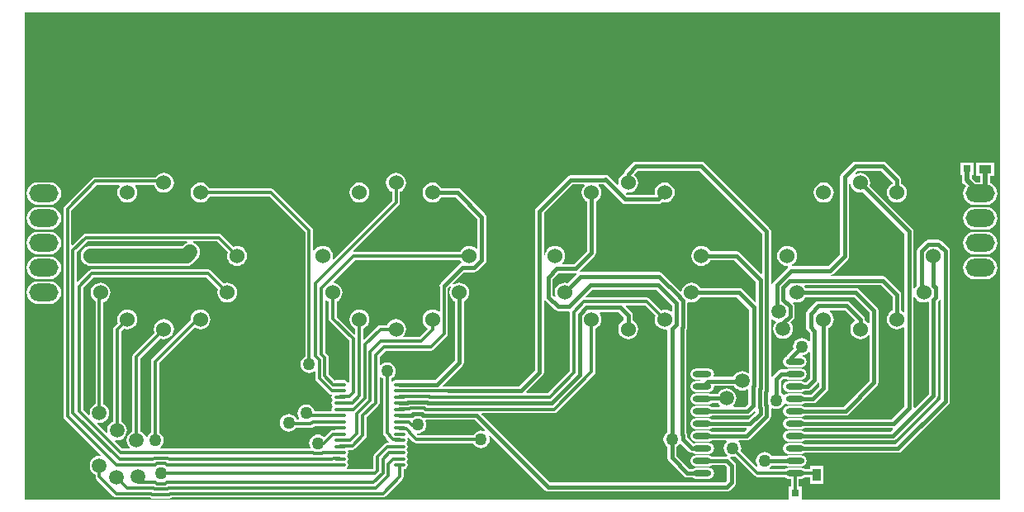
<source format=gbl>
G04*
G04 #@! TF.GenerationSoftware,Altium Limited,Altium Designer,18.0.9 (584)*
G04*
G04 Layer_Physical_Order=2*
G04 Layer_Color=16711680*
%FSLAX25Y25*%
%MOIN*%
G70*
G01*
G75*
%ADD18R,0.03150X0.03150*%
%ADD19R,0.05118X0.03543*%
%ADD20C,0.05906*%
%ADD21C,0.01968*%
%ADD22C,0.01772*%
%ADD23C,0.01181*%
%ADD24C,0.01575*%
%ADD25C,0.17717*%
%ADD26C,0.06000*%
%ADD27O,0.11811X0.07087*%
%ADD28C,0.05000*%
%ADD29C,0.05906*%
%ADD30R,0.03543X0.05118*%
%ADD31O,0.07480X0.02362*%
%ADD32O,0.04724X0.01378*%
%ADD33R,0.03150X0.03150*%
%ADD34C,0.01378*%
G36*
X393701Y0D02*
X314219D01*
X313795Y184D01*
X313795Y500D01*
Y5334D01*
X312645D01*
Y8524D01*
X313583D01*
X314434Y8693D01*
X315082Y9126D01*
X317029D01*
Y6500D01*
X322572D01*
Y13618D01*
X317029D01*
Y12370D01*
X315082D01*
X314434Y12803D01*
X313583Y12972D01*
X308465D01*
X307613Y12803D01*
X306966Y12370D01*
X300987D01*
X300817Y12870D01*
X301315Y13252D01*
X301755Y13825D01*
X307416D01*
X307613Y13693D01*
X308465Y13524D01*
X313583D01*
X314434Y13693D01*
X315155Y14175D01*
X315637Y14897D01*
X315807Y15748D01*
X315637Y16599D01*
X315155Y17321D01*
X314434Y17803D01*
X313583Y17972D01*
X308465D01*
X307613Y17803D01*
X307416Y17671D01*
X301755D01*
X301315Y18244D01*
X300584Y18805D01*
X299733Y19158D01*
X298819Y19278D01*
X297905Y19158D01*
X297054Y18805D01*
X296323Y18244D01*
X295762Y17513D01*
X295409Y16662D01*
X295289Y15748D01*
X295409Y14834D01*
X295762Y13983D01*
X295930Y13763D01*
X295553Y13433D01*
X289177Y19809D01*
X289237Y19952D01*
X289357Y20866D01*
X289237Y21780D01*
X288884Y22631D01*
X288323Y23362D01*
X288241Y23426D01*
X288410Y23926D01*
X291496D01*
X291496Y23926D01*
X292194Y24064D01*
X292785Y24459D01*
X300879Y32554D01*
X300879Y32554D01*
X301274Y33145D01*
X301413Y33843D01*
X301413Y33843D01*
Y36812D01*
X301913Y37044D01*
X302629Y36748D01*
X303543Y36627D01*
X304456Y36748D01*
X305308Y37100D01*
X306039Y37661D01*
X306600Y38392D01*
X306767Y38795D01*
X307245Y38940D01*
X307613Y38693D01*
X308465Y38524D01*
X313583D01*
X314434Y38693D01*
X314781Y38926D01*
X318307D01*
X318307Y38926D01*
X319005Y39064D01*
X319596Y39459D01*
X323926Y43790D01*
X323926Y43790D01*
X324322Y44381D01*
X324460Y45079D01*
Y69260D01*
X324655Y69341D01*
X325491Y69982D01*
X326132Y70817D01*
X326535Y71790D01*
X326672Y72835D01*
X326535Y73879D01*
X326132Y74852D01*
X325491Y75687D01*
X325052Y76024D01*
X325222Y76524D01*
X331135D01*
X335050Y72609D01*
X335017Y72110D01*
X334549Y71750D01*
X333908Y70915D01*
X333505Y69942D01*
X333367Y68898D01*
X333505Y67853D01*
X333908Y66880D01*
X334549Y66045D01*
X335384Y65404D01*
X336357Y65001D01*
X337402Y64863D01*
X338446Y65001D01*
X339419Y65404D01*
X340254Y66045D01*
X340591Y66483D01*
X341091Y66314D01*
Y47999D01*
X330662Y37570D01*
X314781D01*
X314434Y37803D01*
X313583Y37972D01*
X308465D01*
X307613Y37803D01*
X306892Y37321D01*
X306410Y36599D01*
X306241Y35748D01*
X306410Y34897D01*
X306892Y34176D01*
X307613Y33694D01*
X308465Y33524D01*
X313583D01*
X314434Y33694D01*
X314781Y33926D01*
X331417D01*
X331417Y33926D01*
X332115Y34064D01*
X332706Y34459D01*
X344202Y45955D01*
X344202Y45956D01*
X344597Y46547D01*
X344736Y47244D01*
X344736Y47244D01*
Y76378D01*
X344597Y77075D01*
X344202Y77667D01*
X344202Y77667D01*
X336919Y84950D01*
X336327Y85345D01*
X335630Y85484D01*
X335630Y85484D01*
X315386D01*
X315305Y85679D01*
X314962Y86126D01*
X315208Y86626D01*
X345836D01*
X350343Y82119D01*
Y76409D01*
X350148Y76329D01*
X349312Y75687D01*
X348671Y74852D01*
X348268Y73879D01*
X348131Y72835D01*
X348268Y71790D01*
X348671Y70817D01*
X349312Y69982D01*
X350148Y69341D01*
X351121Y68938D01*
X352165Y68800D01*
X353210Y68938D01*
X354183Y69341D01*
X354764Y69787D01*
X355264Y69540D01*
Y37763D01*
X350072Y32570D01*
X314781D01*
X314434Y32803D01*
X313583Y32972D01*
X308465D01*
X307613Y32803D01*
X306892Y32320D01*
X306410Y31599D01*
X306241Y30748D01*
X306410Y29897D01*
X306892Y29175D01*
X307613Y28694D01*
X308465Y28524D01*
X313583D01*
X314434Y28694D01*
X314781Y28926D01*
X350444D01*
X350652Y28426D01*
X349796Y27570D01*
X314781D01*
X314434Y27803D01*
X313583Y27972D01*
X308465D01*
X307613Y27803D01*
X306892Y27321D01*
X306410Y26599D01*
X306241Y25748D01*
X306410Y24897D01*
X306892Y24175D01*
X307613Y23694D01*
X308465Y23524D01*
X313583D01*
X314434Y23694D01*
X314781Y23926D01*
X350551D01*
X350551Y23926D01*
X351249Y24064D01*
X351840Y24459D01*
X368218Y40837D01*
X368218Y40837D01*
X368613Y41429D01*
X368752Y42126D01*
X368752Y42126D01*
Y80073D01*
X369068Y80390D01*
X369068Y80390D01*
X369394Y80878D01*
X369894Y80779D01*
Y40582D01*
X351883Y22570D01*
X314781D01*
X314434Y22803D01*
X313583Y22972D01*
X308465D01*
X307613Y22803D01*
X306892Y22321D01*
X306410Y21599D01*
X306241Y20748D01*
X306410Y19897D01*
X306892Y19175D01*
X307613Y18693D01*
X308465Y18524D01*
X313583D01*
X314434Y18693D01*
X314781Y18926D01*
X352638D01*
X352638Y18926D01*
X353335Y19064D01*
X353926Y19459D01*
X373005Y38538D01*
X373005Y38538D01*
X373400Y39129D01*
X373539Y39827D01*
Y100408D01*
X373539Y100408D01*
X373400Y101106D01*
X373005Y101697D01*
X370201Y104501D01*
X369609Y104896D01*
X368912Y105035D01*
X368912Y105035D01*
X364946D01*
X364946Y105035D01*
X364249Y104896D01*
X363657Y104501D01*
X360853Y101697D01*
X360458Y101106D01*
X360319Y100408D01*
X360319Y100408D01*
Y86652D01*
X360139Y86514D01*
X359498Y85679D01*
X359409Y85464D01*
X358909Y85563D01*
Y108268D01*
X358909Y108268D01*
X358770Y108965D01*
X358375Y109556D01*
X341218Y126714D01*
X341299Y126909D01*
X341436Y127953D01*
X341299Y128997D01*
X340896Y129970D01*
X340254Y130806D01*
X339419Y131447D01*
X338446Y131850D01*
X337402Y131987D01*
X336357Y131850D01*
X335613Y131542D01*
X335330Y131966D01*
X336188Y132823D01*
X345702D01*
X350343Y128182D01*
Y127591D01*
X350148Y127510D01*
X349312Y126869D01*
X348671Y126033D01*
X348268Y125060D01*
X348131Y124016D01*
X348268Y122971D01*
X348671Y121999D01*
X349312Y121163D01*
X350148Y120522D01*
X351121Y120119D01*
X352165Y119981D01*
X353210Y120119D01*
X354183Y120522D01*
X355018Y121163D01*
X355659Y121999D01*
X356062Y122971D01*
X356200Y124016D01*
X356062Y125060D01*
X355659Y126033D01*
X355018Y126869D01*
X354183Y127510D01*
X353988Y127591D01*
Y128937D01*
X353849Y129634D01*
X353454Y130226D01*
X353454Y130226D01*
X347745Y135934D01*
X347154Y136329D01*
X346457Y136468D01*
X346457Y136468D01*
X335433D01*
X335433Y136468D01*
X334736Y136329D01*
X334144Y135934D01*
X334144Y135934D01*
X329814Y131604D01*
X329419Y131012D01*
X329280Y130315D01*
X329280Y130315D01*
Y99180D01*
X324442Y94342D01*
X309776D01*
X309676Y94842D01*
X309891Y94931D01*
X310727Y95572D01*
X311368Y96408D01*
X311771Y97381D01*
X311909Y98425D01*
X311771Y99469D01*
X311368Y100443D01*
X310727Y101278D01*
X309891Y101919D01*
X308918Y102322D01*
X307874Y102460D01*
X306830Y102322D01*
X305857Y101919D01*
X305021Y101278D01*
X304380Y100443D01*
X303977Y99469D01*
X303839Y98425D01*
X303977Y97381D01*
X304380Y96408D01*
X305021Y95572D01*
X305857Y94931D01*
X306830Y94528D01*
X307874Y94391D01*
X308073Y94417D01*
X308254Y93936D01*
X308062Y93808D01*
X308062Y93808D01*
X302436Y88182D01*
X302041Y87591D01*
X301913Y86949D01*
X301413Y86998D01*
Y108283D01*
X301274Y108981D01*
X300879Y109572D01*
X300879Y109572D01*
X274517Y135934D01*
X273926Y136329D01*
X273228Y136468D01*
X273228Y136468D01*
X246850D01*
X246850Y136468D01*
X246153Y136329D01*
X245562Y135934D01*
X245562Y135934D01*
X242412Y132785D01*
X242017Y132194D01*
X241885Y131530D01*
X241684Y131447D01*
X240848Y130806D01*
X240207Y129970D01*
X239804Y128997D01*
X239666Y127953D01*
X239750Y127313D01*
X239277Y127080D01*
X235737Y130619D01*
X235146Y131014D01*
X234449Y131153D01*
X233751Y131014D01*
X233664Y130956D01*
X220473D01*
X220472Y130956D01*
X219775Y130818D01*
X219184Y130422D01*
X219184Y130422D01*
X206585Y117824D01*
X206190Y117233D01*
X206052Y116535D01*
X206052Y116535D01*
Y52330D01*
X199609Y45887D01*
X171260D01*
X170562Y45749D01*
X170470Y45687D01*
X168996D01*
X168805Y46149D01*
X176879Y54223D01*
X176879Y54223D01*
X177274Y54814D01*
X177413Y55512D01*
X177413Y55512D01*
Y80087D01*
X177608Y80167D01*
X178443Y80809D01*
X179085Y81644D01*
X179488Y82617D01*
X179625Y83661D01*
X179488Y84706D01*
X179085Y85679D01*
X178443Y86514D01*
X177608Y87155D01*
X176635Y87559D01*
X175591Y87696D01*
X174546Y87559D01*
X173573Y87155D01*
X173304Y86949D01*
X172974Y87326D01*
X177463Y91815D01*
X181510D01*
X181511Y91815D01*
X182208Y91954D01*
X182799Y92349D01*
X185934Y95484D01*
X185934Y95484D01*
X186329Y96075D01*
X186468Y96773D01*
X186468Y96773D01*
Y114173D01*
X186468Y114173D01*
X186329Y114871D01*
X185934Y115462D01*
X185934Y115462D01*
X176092Y125304D01*
X175501Y125699D01*
X174803Y125838D01*
X174803Y125838D01*
X168339D01*
X168258Y126033D01*
X167617Y126869D01*
X166781Y127510D01*
X165808Y127913D01*
X164764Y128050D01*
X163720Y127913D01*
X162747Y127510D01*
X161911Y126869D01*
X161270Y126033D01*
X160867Y125060D01*
X160729Y124016D01*
X160867Y122971D01*
X161270Y121999D01*
X161911Y121163D01*
X162747Y120522D01*
X163720Y120119D01*
X164764Y119981D01*
X165808Y120119D01*
X166781Y120522D01*
X167617Y121163D01*
X168258Y121999D01*
X168339Y122193D01*
X174048D01*
X182823Y113418D01*
Y101435D01*
X182323Y101322D01*
X181545Y101919D01*
X180572Y102322D01*
X179528Y102460D01*
X178483Y102322D01*
X177510Y101919D01*
X176675Y101278D01*
X176034Y100443D01*
X175870Y100047D01*
X132969D01*
X132762Y100547D01*
X151147Y118932D01*
X151498Y119458D01*
X151622Y120079D01*
Y124295D01*
X152017Y124459D01*
X152853Y125100D01*
X153494Y125935D01*
X153897Y126909D01*
X154034Y127953D01*
X153897Y128997D01*
X153494Y129970D01*
X152853Y130806D01*
X152017Y131447D01*
X151044Y131850D01*
X150000Y131987D01*
X148956Y131850D01*
X147983Y131447D01*
X147147Y130806D01*
X146506Y129970D01*
X146103Y128997D01*
X145966Y127953D01*
X146103Y126909D01*
X146506Y125935D01*
X147147Y125100D01*
X147983Y124459D01*
X148378Y124295D01*
Y120750D01*
X124831Y97204D01*
X124549Y97312D01*
X124380Y97459D01*
X124507Y98425D01*
X124370Y99469D01*
X123966Y100443D01*
X123325Y101278D01*
X122490Y101919D01*
X121517Y102322D01*
X120472Y102460D01*
X119428Y102322D01*
X118455Y101919D01*
X117620Y101278D01*
X117082Y100578D01*
X116582Y100748D01*
Y108661D01*
X116459Y109282D01*
X116107Y109808D01*
X100753Y125162D01*
X100227Y125514D01*
X99606Y125637D01*
X74721D01*
X74557Y126033D01*
X73916Y126869D01*
X73080Y127510D01*
X72107Y127913D01*
X71063Y128050D01*
X70019Y127913D01*
X69046Y127510D01*
X68210Y126869D01*
X67569Y126033D01*
X67166Y125060D01*
X67028Y124016D01*
X67166Y122971D01*
X67569Y121999D01*
X68210Y121163D01*
X69046Y120522D01*
X70019Y120119D01*
X71063Y119981D01*
X72107Y120119D01*
X73080Y120522D01*
X73916Y121163D01*
X74557Y121999D01*
X74721Y122394D01*
X98935D01*
X113339Y107990D01*
Y57841D01*
X113196Y57782D01*
X112464Y57221D01*
X111903Y56489D01*
X111551Y55638D01*
X111430Y54724D01*
X111551Y53811D01*
X111903Y52959D01*
X112464Y52228D01*
X113196Y51667D01*
X114047Y51315D01*
X114961Y51194D01*
X115874Y51315D01*
X116726Y51667D01*
X116981Y51863D01*
X117429Y51642D01*
Y49059D01*
X117553Y48439D01*
X117904Y47912D01*
X122899Y42918D01*
X123425Y42567D01*
X123690Y42514D01*
X124044Y42262D01*
X124042Y41944D01*
X123967Y41565D01*
X124098Y40906D01*
X124223Y40718D01*
X124453Y40315D01*
X124223Y39912D01*
X124098Y39724D01*
X123967Y39065D01*
X124098Y38406D01*
X124223Y38218D01*
X124453Y37815D01*
X124223Y37412D01*
X124098Y37224D01*
X123967Y36565D01*
X124022Y36287D01*
X123622Y35787D01*
X117194D01*
X117189Y35825D01*
X116837Y36676D01*
X116276Y37407D01*
X115545Y37968D01*
X114693Y38321D01*
X113779Y38441D01*
X112866Y38321D01*
X112014Y37968D01*
X111283Y37407D01*
X110722Y36676D01*
X110370Y35825D01*
X110249Y34911D01*
X110370Y33997D01*
X110722Y33146D01*
X110917Y32892D01*
X110696Y32444D01*
X109926D01*
X109750Y32868D01*
X109189Y33599D01*
X108458Y34160D01*
X107607Y34512D01*
X106693Y34633D01*
X105779Y34512D01*
X104928Y34160D01*
X104197Y33599D01*
X103636Y32868D01*
X103283Y32016D01*
X103163Y31102D01*
X103283Y30189D01*
X103636Y29337D01*
X104197Y28606D01*
X104928Y28045D01*
X105779Y27692D01*
X106693Y27572D01*
X107607Y27692D01*
X108458Y28045D01*
X109189Y28606D01*
X109491Y29000D01*
X115515D01*
X116174Y29131D01*
X116732Y29504D01*
X117071Y29843D01*
X125414D01*
X125796Y29343D01*
X125741Y29065D01*
X125796Y28787D01*
X125776Y28693D01*
X125450Y28244D01*
X125434Y28236D01*
X125185Y28187D01*
X124597D01*
X123976Y28063D01*
X123450Y27712D01*
X121065Y25327D01*
X121000Y25331D01*
X120269Y25892D01*
X119418Y26245D01*
X118504Y26365D01*
X117590Y26245D01*
X116739Y25892D01*
X116008Y25331D01*
X115447Y24600D01*
X115094Y23748D01*
X114974Y22835D01*
X115094Y21921D01*
X115391Y21204D01*
X115159Y20704D01*
X55011D01*
X54841Y21204D01*
X55252Y21520D01*
X55813Y22251D01*
X56166Y23102D01*
X56286Y24016D01*
X56166Y24929D01*
X55813Y25781D01*
X55252Y26512D01*
X54521Y27073D01*
X54378Y27132D01*
Y55234D01*
X68728Y69584D01*
X69046Y69341D01*
X70019Y68938D01*
X71063Y68800D01*
X72107Y68938D01*
X73080Y69341D01*
X73916Y69982D01*
X74557Y70817D01*
X74960Y71790D01*
X75098Y72835D01*
X74960Y73879D01*
X74557Y74852D01*
X73916Y75687D01*
X73080Y76329D01*
X72107Y76732D01*
X71063Y76869D01*
X70019Y76732D01*
X69046Y76329D01*
X68210Y75687D01*
X67569Y74852D01*
X67166Y73879D01*
X67028Y72835D01*
X67071Y72514D01*
X51609Y57052D01*
X51258Y56526D01*
X51134Y55905D01*
Y27132D01*
X50991Y27073D01*
X50260Y26512D01*
X49699Y25781D01*
X49531Y25377D01*
X48990D01*
X48728Y26009D01*
X48095Y26835D01*
X47269Y27468D01*
X46897Y27622D01*
Y57202D01*
X54859Y65164D01*
X55255Y65001D01*
X56299Y64863D01*
X57343Y65001D01*
X58316Y65404D01*
X59152Y66045D01*
X59793Y66880D01*
X60196Y67853D01*
X60334Y68898D01*
X60196Y69942D01*
X59793Y70915D01*
X59152Y71750D01*
X58316Y72392D01*
X57343Y72795D01*
X56299Y72932D01*
X55255Y72795D01*
X54282Y72392D01*
X53446Y71750D01*
X52805Y70915D01*
X52402Y69942D01*
X52265Y68898D01*
X52402Y67853D01*
X52566Y67458D01*
X44129Y59021D01*
X43777Y58495D01*
X43654Y57874D01*
Y27622D01*
X43282Y27468D01*
X42456Y26835D01*
X41823Y26009D01*
X41425Y25048D01*
X41289Y24016D01*
X41425Y22984D01*
X41823Y22022D01*
X42456Y21197D01*
X42504Y21160D01*
X42343Y20687D01*
X39355D01*
X36455Y23586D01*
X36689Y24060D01*
X37402Y23966D01*
X38433Y24102D01*
X39395Y24500D01*
X40221Y25134D01*
X40854Y25959D01*
X41253Y26921D01*
X41388Y27953D01*
X41253Y28985D01*
X40854Y29946D01*
X40221Y30772D01*
X39395Y31405D01*
X39023Y31559D01*
Y68029D01*
X40096Y69101D01*
X40491Y68938D01*
X41535Y68800D01*
X42580Y68938D01*
X43553Y69341D01*
X44388Y69982D01*
X45029Y70817D01*
X45432Y71790D01*
X45570Y72835D01*
X45432Y73879D01*
X45029Y74852D01*
X44388Y75687D01*
X43553Y76329D01*
X42580Y76732D01*
X41535Y76869D01*
X40491Y76732D01*
X39518Y76329D01*
X38683Y75687D01*
X38041Y74852D01*
X37638Y73879D01*
X37501Y72835D01*
X37638Y71790D01*
X37802Y71395D01*
X36255Y69848D01*
X35903Y69321D01*
X35780Y68701D01*
Y31559D01*
X35408Y31405D01*
X34582Y30772D01*
X33949Y29946D01*
X33551Y28985D01*
X33415Y27953D01*
X33509Y27240D01*
X33035Y27007D01*
X29369Y30673D01*
X29602Y31146D01*
X30315Y31053D01*
X31347Y31188D01*
X32308Y31587D01*
X33134Y32220D01*
X33768Y33046D01*
X34166Y34007D01*
X34302Y35039D01*
X34166Y36071D01*
X33768Y37033D01*
X33134Y37859D01*
X32308Y38492D01*
X31937Y38646D01*
Y79840D01*
X32726Y80167D01*
X33562Y80809D01*
X34203Y81644D01*
X34606Y82617D01*
X34743Y83661D01*
X34606Y84706D01*
X34203Y85679D01*
X33562Y86514D01*
X32726Y87155D01*
X31753Y87559D01*
X30709Y87696D01*
X29664Y87559D01*
X28691Y87155D01*
X27856Y86514D01*
X27215Y85679D01*
X26812Y84706D01*
X26674Y83661D01*
X26812Y82617D01*
X27215Y81644D01*
X27856Y80809D01*
X28691Y80167D01*
X28693Y80167D01*
Y38646D01*
X28321Y38492D01*
X27496Y37859D01*
X26862Y37033D01*
X26464Y36071D01*
X26328Y35039D01*
X26422Y34327D01*
X25948Y34093D01*
X23669Y36373D01*
Y85549D01*
X27837Y89717D01*
X73541D01*
X78157Y85101D01*
X77993Y84706D01*
X77855Y83661D01*
X77993Y82617D01*
X78396Y81644D01*
X79037Y80809D01*
X79873Y80167D01*
X80846Y79764D01*
X81890Y79627D01*
X82934Y79764D01*
X83907Y80167D01*
X84743Y80809D01*
X85384Y81644D01*
X85787Y82617D01*
X85924Y83661D01*
X85787Y84706D01*
X85384Y85679D01*
X84743Y86514D01*
X83907Y87155D01*
X82934Y87559D01*
X81890Y87696D01*
X80846Y87559D01*
X80450Y87395D01*
X75359Y92485D01*
X74833Y92837D01*
X74213Y92960D01*
X27165D01*
X26545Y92837D01*
X26019Y92485D01*
X21588Y88054D01*
X21126Y88246D01*
Y99935D01*
X25475Y104284D01*
X65636D01*
X65735Y103784D01*
X64936Y103453D01*
X64110Y102819D01*
X63703Y102412D01*
X27134D01*
X26772Y102460D01*
X25727Y102322D01*
X24754Y101919D01*
X23919Y101278D01*
X23278Y100443D01*
X22875Y99469D01*
X22737Y98425D01*
X22875Y97381D01*
X23278Y96408D01*
X23919Y95572D01*
X24754Y94931D01*
X25727Y94528D01*
X26772Y94391D01*
X27134Y94438D01*
X65354D01*
X65354Y94438D01*
X66386Y94574D01*
X67348Y94972D01*
X68173Y95606D01*
X69748Y97181D01*
X70382Y98007D01*
X70780Y98968D01*
X70916Y100000D01*
X70780Y101032D01*
X70382Y101993D01*
X69748Y102819D01*
X68923Y103453D01*
X68123Y103784D01*
X68223Y104284D01*
X77675D01*
X82094Y99865D01*
X81930Y99469D01*
X81792Y98425D01*
X81930Y97381D01*
X82333Y96408D01*
X82974Y95572D01*
X83810Y94931D01*
X84783Y94528D01*
X85827Y94391D01*
X86871Y94528D01*
X87844Y94931D01*
X88680Y95572D01*
X89321Y96408D01*
X89724Y97381D01*
X89861Y98425D01*
X89724Y99469D01*
X89321Y100443D01*
X88680Y101278D01*
X87844Y101919D01*
X86871Y102322D01*
X85827Y102460D01*
X84783Y102322D01*
X84387Y102158D01*
X79493Y107052D01*
X78967Y107404D01*
X78347Y107527D01*
X24803D01*
X24183Y107404D01*
X23656Y107052D01*
X19407Y102802D01*
X18945Y102994D01*
Y116651D01*
X29278Y126985D01*
X38141D01*
X38388Y126485D01*
X38041Y126033D01*
X37638Y125060D01*
X37501Y124016D01*
X37638Y122971D01*
X38041Y121999D01*
X38683Y121163D01*
X39518Y120522D01*
X40491Y120119D01*
X41535Y119981D01*
X42580Y120119D01*
X43553Y120522D01*
X44388Y121163D01*
X45029Y121999D01*
X45432Y122971D01*
X45570Y124016D01*
X45432Y125060D01*
X45029Y126033D01*
X44683Y126485D01*
X44930Y126985D01*
X52392D01*
X52402Y126909D01*
X52805Y125935D01*
X53446Y125100D01*
X54282Y124459D01*
X55255Y124056D01*
X56299Y123918D01*
X57343Y124056D01*
X58316Y124459D01*
X59152Y125100D01*
X59793Y125935D01*
X60196Y126909D01*
X60334Y127953D01*
X60196Y128997D01*
X59793Y129970D01*
X59152Y130806D01*
X58316Y131447D01*
X57343Y131850D01*
X56299Y131987D01*
X55255Y131850D01*
X54282Y131447D01*
X53446Y130806D01*
X53003Y130228D01*
X28606D01*
X27986Y130105D01*
X27460Y129753D01*
X16176Y118470D01*
X15825Y117943D01*
X15701Y117323D01*
Y33858D01*
X15825Y33238D01*
X16176Y32712D01*
X30694Y18194D01*
X30472Y17746D01*
X30315Y17766D01*
X29283Y17630D01*
X28321Y17232D01*
X27496Y16599D01*
X26862Y15773D01*
X26464Y14811D01*
X26328Y13780D01*
X26464Y12748D01*
X26862Y11786D01*
X27496Y10960D01*
X28321Y10327D01*
X28693Y10173D01*
Y9323D01*
X28817Y8702D01*
X29168Y8176D01*
X35948Y1397D01*
X36474Y1045D01*
X37095Y922D01*
X50633D01*
X50996Y679D01*
X51617Y556D01*
X58619D01*
X59240Y679D01*
X59603Y922D01*
X144669D01*
X145290Y1045D01*
X145816Y1397D01*
X152525Y8105D01*
X152876Y8631D01*
X153000Y9252D01*
Y12343D01*
X153051D01*
X153710Y12474D01*
X154269Y12847D01*
X154642Y13406D01*
X154773Y14065D01*
X154642Y14724D01*
X154517Y14912D01*
X154287Y15315D01*
X154517Y15718D01*
X154642Y15906D01*
X154773Y16565D01*
X154642Y17224D01*
X154517Y17412D01*
X154287Y17815D01*
X154517Y18218D01*
X154642Y18406D01*
X154773Y19065D01*
X154642Y19724D01*
X154517Y19912D01*
X154287Y20315D01*
X154517Y20718D01*
X154642Y20906D01*
X154773Y21565D01*
X154642Y22224D01*
X154517Y22412D01*
X154287Y22815D01*
X154517Y23218D01*
X154642Y23406D01*
X154773Y24065D01*
X154642Y24724D01*
X154567Y24837D01*
X154955Y25155D01*
X156848Y23263D01*
X157374Y22911D01*
X157995Y22788D01*
X181135D01*
X181195Y22644D01*
X181756Y21913D01*
X182487Y21352D01*
X183338Y21000D01*
X184252Y20879D01*
X185166Y21000D01*
X186017Y21352D01*
X186748Y21913D01*
X187309Y22644D01*
X187662Y23496D01*
X187782Y24409D01*
X187662Y25323D01*
X187474Y25777D01*
X187898Y26061D01*
X210129Y3830D01*
X210129Y3830D01*
X210720Y3434D01*
X211417Y3296D01*
X211417Y3296D01*
X283465D01*
X283465Y3296D01*
X284162Y3434D01*
X284753Y3830D01*
X286722Y5798D01*
X287117Y6389D01*
X287256Y7087D01*
X287256Y7087D01*
Y13780D01*
X287256Y13780D01*
X287117Y14477D01*
X286722Y15068D01*
X284804Y16986D01*
X284886Y17223D01*
X285040Y17440D01*
X285827Y17336D01*
X286740Y17456D01*
X286884Y17516D01*
X294798Y9601D01*
X295324Y9250D01*
X295945Y9126D01*
X306966D01*
X307613Y8693D01*
X308465Y8524D01*
X309402D01*
Y5334D01*
X308646D01*
Y500D01*
X308646Y184D01*
X308222Y0D01*
X0D01*
Y196850D01*
X393701D01*
Y0D01*
D02*
G37*
G36*
X297768Y107529D02*
Y91289D01*
X297306Y91098D01*
X288690Y99714D01*
X288099Y100109D01*
X287402Y100248D01*
X287402Y100248D01*
X276803D01*
X276722Y100443D01*
X276081Y101278D01*
X275246Y101919D01*
X274273Y102322D01*
X273228Y102460D01*
X272184Y102322D01*
X271211Y101919D01*
X270375Y101278D01*
X269734Y100443D01*
X269331Y99469D01*
X269194Y98425D01*
X269331Y97381D01*
X269734Y96408D01*
X270375Y95572D01*
X271211Y94931D01*
X272184Y94528D01*
X273228Y94391D01*
X274273Y94528D01*
X275246Y94931D01*
X276081Y95572D01*
X276722Y96408D01*
X276803Y96603D01*
X286647D01*
X295193Y88056D01*
Y80085D01*
X294731Y79893D01*
X289674Y84950D01*
X289083Y85345D01*
X288386Y85484D01*
X288386Y85484D01*
X272866D01*
X272785Y85679D01*
X272144Y86514D01*
X271309Y87155D01*
X270336Y87559D01*
X269291Y87696D01*
X268247Y87559D01*
X267274Y87155D01*
X266439Y86514D01*
X265797Y85679D01*
X265394Y84706D01*
X265344Y84324D01*
X264871Y84163D01*
X257588Y91446D01*
X256997Y91841D01*
X256299Y91980D01*
X256299Y91980D01*
X224606D01*
X224606Y91980D01*
X224346Y91928D01*
X224100Y92389D01*
X230226Y98514D01*
X230621Y99106D01*
X230759Y99803D01*
X230759Y99803D01*
Y120441D01*
X230954Y120522D01*
X231790Y121163D01*
X232431Y121999D01*
X232834Y122971D01*
X232972Y124016D01*
X232834Y125060D01*
X232431Y126033D01*
X231834Y126811D01*
X231947Y127311D01*
X233891D01*
X241231Y119971D01*
X241822Y119576D01*
X242520Y119437D01*
X242520Y119437D01*
X255709D01*
X255709Y119437D01*
X256406Y119576D01*
X256997Y119971D01*
X257225Y120199D01*
X257420Y120119D01*
X258465Y119981D01*
X259509Y120119D01*
X260482Y120522D01*
X261317Y121163D01*
X261959Y121999D01*
X262362Y122971D01*
X262499Y124016D01*
X262362Y125060D01*
X261959Y126033D01*
X261317Y126869D01*
X260482Y127510D01*
X259509Y127913D01*
X258465Y128050D01*
X257420Y127913D01*
X256447Y127510D01*
X255612Y126869D01*
X254971Y126033D01*
X254568Y125060D01*
X254430Y124016D01*
X254503Y123458D01*
X254174Y123082D01*
X243275D01*
X242828Y123529D01*
X243061Y124002D01*
X243701Y123918D01*
X244745Y124056D01*
X245718Y124459D01*
X246554Y125100D01*
X247195Y125935D01*
X247598Y126909D01*
X247735Y127953D01*
X247598Y128997D01*
X247195Y129970D01*
X246554Y130806D01*
X246308Y130994D01*
X246275Y131493D01*
X247605Y132823D01*
X272474D01*
X297768Y107529D01*
D02*
G37*
G36*
X226040Y126811D02*
X225443Y126033D01*
X225040Y125060D01*
X224903Y124016D01*
X225040Y122971D01*
X225443Y121999D01*
X226084Y121163D01*
X226920Y120522D01*
X227115Y120441D01*
Y100558D01*
X221686Y95130D01*
X217183D01*
X217070Y95630D01*
X217667Y96408D01*
X218070Y97381D01*
X218208Y98425D01*
X218070Y99469D01*
X217667Y100443D01*
X217026Y101278D01*
X216191Y101919D01*
X215217Y102322D01*
X214173Y102460D01*
X213129Y102322D01*
X212156Y101919D01*
X211320Y101278D01*
X210679Y100443D01*
X210276Y99469D01*
X210196Y98864D01*
X209696Y98896D01*
Y115781D01*
X221227Y127311D01*
X225927D01*
X226040Y126811D01*
D02*
G37*
G36*
X222947Y91075D02*
X219349Y87478D01*
X219154Y87559D01*
X218110Y87696D01*
X217066Y87559D01*
X216093Y87155D01*
X215257Y86514D01*
X214616Y85679D01*
X214213Y84706D01*
X214076Y83661D01*
X214213Y82617D01*
X214382Y82209D01*
X213958Y81926D01*
X213240Y82645D01*
Y89009D01*
X215716Y91485D01*
X222441D01*
X222441Y91485D01*
X222701Y91536D01*
X222947Y91075D01*
D02*
G37*
G36*
X292618Y76851D02*
Y51453D01*
X292119Y51206D01*
X291757Y51484D01*
X290795Y51882D01*
X289763Y52018D01*
X288731Y51882D01*
X287770Y51484D01*
X286944Y50850D01*
X286311Y50025D01*
X286135Y49602D01*
X278594D01*
X278276Y50102D01*
X278405Y50748D01*
X278236Y51599D01*
X277754Y52320D01*
X277032Y52803D01*
X276181Y52972D01*
X271063D01*
X270212Y52803D01*
X269491Y52320D01*
X269008Y51599D01*
X268839Y50748D01*
X269008Y49897D01*
X269491Y49176D01*
X270212Y48693D01*
X271063Y48524D01*
X272780D01*
X273048Y48024D01*
X273013Y47972D01*
X271063D01*
X270212Y47803D01*
X269491Y47321D01*
X269008Y46599D01*
X268839Y45748D01*
X269008Y44897D01*
X269491Y44175D01*
X270212Y43694D01*
X271063Y43524D01*
X276181D01*
X277032Y43694D01*
X277754Y44175D01*
X278236Y44897D01*
X278405Y45748D01*
X278576Y45957D01*
X286372D01*
X286944Y45212D01*
X287770Y44579D01*
X288731Y44180D01*
X289763Y44045D01*
X290795Y44180D01*
X291757Y44579D01*
X291835Y44639D01*
X292283Y44418D01*
Y38876D01*
X290977Y37570D01*
X286338D01*
X286177Y38044D01*
X286284Y38126D01*
X286917Y38951D01*
X287316Y39913D01*
X287451Y40945D01*
X287316Y41977D01*
X286917Y42938D01*
X286284Y43764D01*
X285458Y44398D01*
X284496Y44796D01*
X283465Y44932D01*
X282433Y44796D01*
X281471Y44398D01*
X280645Y43764D01*
X280012Y42938D01*
X279941Y42767D01*
X277085D01*
X277032Y42803D01*
X276181Y42972D01*
X271063D01*
X270212Y42803D01*
X269491Y42320D01*
X269008Y41599D01*
X268839Y40748D01*
X269008Y39897D01*
X269491Y39176D01*
X270212Y38693D01*
X271063Y38524D01*
X276181D01*
X277032Y38693D01*
X277674Y39123D01*
X279941D01*
X280012Y38951D01*
X280645Y38126D01*
X280752Y38044D01*
X280591Y37570D01*
X277379D01*
X277032Y37803D01*
X276181Y37972D01*
X271063D01*
X270212Y37803D01*
X269491Y37321D01*
X269008Y36599D01*
X268839Y35748D01*
X269008Y34897D01*
X269491Y34176D01*
X270212Y33694D01*
X271063Y33524D01*
X276181D01*
X277032Y33694D01*
X277379Y33926D01*
X291732D01*
X291732Y33926D01*
X292430Y34064D01*
X293021Y34459D01*
X294426Y35865D01*
X294960Y35691D01*
X294995Y35466D01*
X292100Y32570D01*
X277379D01*
X277032Y32803D01*
X276181Y32972D01*
X271063D01*
X270212Y32803D01*
X269491Y32320D01*
X269008Y31599D01*
X268839Y30748D01*
X269008Y29897D01*
X269491Y29175D01*
X270212Y28694D01*
X271063Y28524D01*
X276181D01*
X277032Y28694D01*
X277379Y28926D01*
X291443D01*
X291634Y28464D01*
X290741Y27570D01*
X277379D01*
X277032Y27803D01*
X276181Y27972D01*
X271063D01*
X270212Y27803D01*
X269491Y27321D01*
X269008Y26599D01*
X268839Y25748D01*
X269008Y24897D01*
X269491Y24175D01*
X270212Y23694D01*
X271063Y23524D01*
X276181D01*
X277032Y23694D01*
X277379Y23926D01*
X283243D01*
X283413Y23426D01*
X283330Y23362D01*
X282769Y22631D01*
X282417Y21780D01*
X282297Y20866D01*
X282417Y19952D01*
X282769Y19101D01*
X283330Y18370D01*
X283793Y18015D01*
X283581Y17547D01*
X283465Y17571D01*
X283465Y17570D01*
X277379D01*
X277032Y17803D01*
X276181Y17972D01*
X271063D01*
X270212Y17803D01*
X269491Y17321D01*
X269008Y16599D01*
X268839Y15748D01*
X269008Y14897D01*
X269491Y14175D01*
X270212Y13693D01*
X271063Y13524D01*
X276181D01*
X277032Y13693D01*
X277379Y13926D01*
X282710D01*
X283611Y13025D01*
Y7841D01*
X282710Y6940D01*
X212172D01*
X184631Y34481D01*
X184823Y34943D01*
X213730D01*
X214351Y35067D01*
X214877Y35418D01*
X230084Y50625D01*
X230435Y51151D01*
X230559Y51772D01*
Y69177D01*
X230954Y69341D01*
X231790Y69982D01*
X232431Y70817D01*
X232834Y71790D01*
X232972Y72835D01*
X232834Y73879D01*
X232431Y74852D01*
X232087Y75300D01*
X232334Y75800D01*
X239733D01*
X241878Y73655D01*
Y72472D01*
X241684Y72392D01*
X240848Y71750D01*
X240207Y70915D01*
X239804Y69942D01*
X239666Y68898D01*
X239804Y67853D01*
X240207Y66880D01*
X240848Y66045D01*
X241684Y65404D01*
X242657Y65001D01*
X243701Y64863D01*
X244745Y65001D01*
X245718Y65404D01*
X246554Y66045D01*
X247195Y66880D01*
X247598Y67853D01*
X247735Y68898D01*
X247598Y69942D01*
X247195Y70915D01*
X246554Y71750D01*
X245718Y72392D01*
X245523Y72472D01*
Y74410D01*
X245385Y75107D01*
X244989Y75698D01*
X244989Y75698D01*
X242771Y77916D01*
X242963Y78378D01*
X250627D01*
X254731Y74274D01*
X254568Y73879D01*
X254430Y72835D01*
X254568Y71790D01*
X254971Y70817D01*
X255612Y69982D01*
X256447Y69341D01*
X257420Y68938D01*
X258465Y68800D01*
X259095Y68883D01*
X259595Y68454D01*
Y27423D01*
X258921Y26906D01*
X258360Y26175D01*
X258007Y25323D01*
X257887Y24409D01*
X258007Y23496D01*
X258360Y22644D01*
X258921Y21913D01*
X259595Y21396D01*
Y16929D01*
X259595Y16929D01*
X259734Y16232D01*
X260129Y15641D01*
X266310Y9459D01*
X266310Y9459D01*
X266901Y9064D01*
X267598Y8926D01*
X267599Y8926D01*
X269865D01*
X270212Y8693D01*
X271063Y8524D01*
X276181D01*
X277032Y8693D01*
X277754Y9176D01*
X278236Y9897D01*
X278405Y10748D01*
X278236Y11599D01*
X277754Y12320D01*
X277032Y12803D01*
X276181Y12972D01*
X271063D01*
X270212Y12803D01*
X269865Y12570D01*
X268353D01*
X263240Y17684D01*
Y21396D01*
X263913Y21913D01*
X264368Y22505D01*
X264949Y22631D01*
X268121Y19459D01*
X268712Y19064D01*
X269409Y18926D01*
X269409Y18926D01*
X269865D01*
X270212Y18693D01*
X271063Y18524D01*
X276181D01*
X277032Y18693D01*
X277754Y19175D01*
X278236Y19897D01*
X278405Y20748D01*
X278236Y21599D01*
X277754Y22321D01*
X277032Y22803D01*
X276181Y22972D01*
X271063D01*
X270212Y22803D01*
X270044Y22691D01*
X267527Y25208D01*
Y26185D01*
X267527Y26185D01*
X267388Y26883D01*
X267177Y27200D01*
Y68588D01*
X267511Y69088D01*
X267649Y69785D01*
X267649Y69785D01*
Y79562D01*
X268065Y79840D01*
X268247Y79764D01*
X269291Y79627D01*
X270336Y79764D01*
X271309Y80167D01*
X272144Y80809D01*
X272785Y81644D01*
X272866Y81839D01*
X287631D01*
X292618Y76851D01*
D02*
G37*
G36*
X261430Y78513D02*
Y76232D01*
X260930Y75985D01*
X260482Y76329D01*
X259509Y76732D01*
X258465Y76869D01*
X257420Y76732D01*
X257025Y76568D01*
X252446Y81147D01*
X251920Y81498D01*
X251299Y81622D01*
X226638D01*
X226431Y82122D01*
X229101Y84792D01*
X255151D01*
X261430Y78513D01*
D02*
G37*
G36*
X176034Y96408D02*
X176415Y95912D01*
X176207Y95360D01*
X176011Y95322D01*
X175420Y94926D01*
X175420Y94926D01*
X168066Y87572D01*
X167671Y86981D01*
X167532Y86283D01*
X167671Y85586D01*
X167733Y85493D01*
Y76229D01*
X167233Y75982D01*
X166781Y76329D01*
X165808Y76732D01*
X164764Y76869D01*
X163720Y76732D01*
X162747Y76329D01*
X161911Y75687D01*
X161270Y74852D01*
X160867Y73879D01*
X160729Y72835D01*
X160867Y71790D01*
X161270Y70817D01*
X161911Y69982D01*
X162552Y69490D01*
X162656Y68887D01*
X159368Y65598D01*
X153005D01*
X153000Y65610D01*
X152894Y66098D01*
X153494Y66880D01*
X153897Y67853D01*
X154034Y68898D01*
X153897Y69942D01*
X153494Y70915D01*
X152853Y71750D01*
X152017Y72392D01*
X151044Y72795D01*
X150000Y72932D01*
X148956Y72795D01*
X147983Y72392D01*
X147147Y71750D01*
X146506Y70915D01*
X146342Y70519D01*
X143701D01*
X143080Y70396D01*
X142554Y70044D01*
X137320Y64810D01*
X136858Y65001D01*
Y69177D01*
X137253Y69341D01*
X138089Y69982D01*
X138730Y70817D01*
X139133Y71790D01*
X139271Y72835D01*
X139133Y73879D01*
X138730Y74852D01*
X138089Y75687D01*
X137253Y76329D01*
X136280Y76732D01*
X135236Y76869D01*
X134192Y76732D01*
X133219Y76329D01*
X132383Y75687D01*
X131742Y74852D01*
X131339Y73879D01*
X131202Y72835D01*
X131339Y71790D01*
X131742Y70817D01*
X132383Y69982D01*
X133219Y69341D01*
X133615Y69177D01*
Y66970D01*
X133153Y66779D01*
X126031Y73900D01*
Y80004D01*
X126427Y80167D01*
X127262Y80809D01*
X127903Y81644D01*
X128306Y82617D01*
X128444Y83661D01*
X128306Y84706D01*
X127903Y85679D01*
X127262Y86514D01*
X126427Y87155D01*
X125454Y87559D01*
X124889Y87633D01*
X124710Y88161D01*
X133353Y96803D01*
X175870D01*
X176034Y96408D01*
D02*
G37*
G36*
X333505Y126909D02*
X333908Y125935D01*
X334549Y125100D01*
X335384Y124459D01*
X336357Y124056D01*
X337402Y123918D01*
X338446Y124056D01*
X338641Y124136D01*
X355264Y107513D01*
Y76129D01*
X354764Y75882D01*
X354183Y76329D01*
X353988Y76409D01*
Y82874D01*
X353988Y82874D01*
X353849Y83571D01*
X353454Y84163D01*
X353454Y84163D01*
X347879Y89737D01*
X347288Y90132D01*
X346590Y90271D01*
X346590Y90271D01*
X325618D01*
X325569Y90771D01*
X325894Y90836D01*
X326485Y91231D01*
X332391Y97136D01*
X332391Y97136D01*
X332786Y97728D01*
X332925Y98425D01*
Y127481D01*
X333425Y127514D01*
X333505Y126909D01*
D02*
G37*
G36*
X341091Y75623D02*
Y71482D01*
X340591Y71312D01*
X340254Y71750D01*
X339419Y72392D01*
X339224Y72472D01*
Y72835D01*
X339224Y72835D01*
X339085Y73532D01*
X338690Y74123D01*
X338690Y74123D01*
X333178Y79635D01*
X332587Y80030D01*
X331890Y80169D01*
X331890Y80169D01*
X320473D01*
X320472Y80169D01*
X319775Y80030D01*
X319184Y79635D01*
X319184Y79635D01*
X316034Y76486D01*
X315639Y75894D01*
X315500Y75197D01*
X315500Y75197D01*
Y69685D01*
X315500Y69685D01*
X315639Y68988D01*
X316034Y68396D01*
X317075Y67355D01*
Y64087D01*
X316575Y63917D01*
X316276Y64307D01*
X315545Y64868D01*
X314693Y65221D01*
X313779Y65341D01*
X312866Y65221D01*
X312014Y64868D01*
X311283Y64307D01*
X310722Y63576D01*
X310370Y62725D01*
X310249Y61811D01*
X310344Y61094D01*
X308089Y58840D01*
X307672Y58216D01*
X307587Y57785D01*
X306892Y57320D01*
X306410Y56599D01*
X306241Y55748D01*
X306410Y54897D01*
X306892Y54176D01*
X307613Y53693D01*
X308465Y53524D01*
X313583D01*
X314434Y53693D01*
X315155Y54176D01*
X315637Y54897D01*
X315807Y55748D01*
X315637Y56599D01*
X315155Y57320D01*
X314434Y57803D01*
X314252Y57839D01*
X314269Y58345D01*
X314693Y58401D01*
X315545Y58754D01*
X316276Y59315D01*
X316575Y59705D01*
X317075Y59535D01*
Y49180D01*
X315466Y47570D01*
X314781D01*
X314434Y47803D01*
X313583Y47972D01*
X308465D01*
X307613Y47803D01*
X306892Y47321D01*
X306410Y46599D01*
X306241Y45748D01*
X306410Y44897D01*
X306892Y44175D01*
X307613Y43694D01*
X308465Y43524D01*
X313583D01*
X314434Y43694D01*
X314781Y43926D01*
X316220D01*
X316220Y43926D01*
X316918Y44064D01*
X317509Y44459D01*
X320186Y47137D01*
X320315Y47330D01*
X320815Y47178D01*
Y45834D01*
X317552Y42570D01*
X314781D01*
X314434Y42803D01*
X313583Y42972D01*
X308465D01*
X307613Y42803D01*
X306892Y42320D01*
X306293Y42323D01*
X306039Y42654D01*
X305466Y43094D01*
Y47953D01*
X306338Y48825D01*
X307416D01*
X307613Y48693D01*
X308465Y48524D01*
X313583D01*
X314434Y48693D01*
X315155Y49176D01*
X315637Y49897D01*
X315807Y50748D01*
X315637Y51599D01*
X315155Y52320D01*
X314434Y52803D01*
X313583Y52972D01*
X308465D01*
X307613Y52803D01*
X307416Y52671D01*
X305541D01*
X304806Y52524D01*
X304182Y52108D01*
X302183Y50109D01*
X301975Y49798D01*
X301475Y49950D01*
Y52128D01*
X301475Y52128D01*
X301413Y52442D01*
Y72610D01*
X301913Y72857D01*
X302337Y72531D01*
X303172Y72186D01*
X303226Y72117D01*
X303327Y71833D01*
X303347Y71623D01*
X302847Y70970D01*
X302448Y70008D01*
X302312Y68976D01*
X302448Y67945D01*
X302847Y66983D01*
X303480Y66157D01*
X304306Y65524D01*
X305267Y65125D01*
X306299Y64990D01*
X307331Y65125D01*
X308293Y65524D01*
X309118Y66157D01*
X309752Y66983D01*
X310150Y67945D01*
X310286Y68976D01*
X310150Y70008D01*
X309752Y70970D01*
X309251Y71623D01*
X310360Y72732D01*
X310360Y72732D01*
X310755Y73323D01*
X310893Y74021D01*
X310893Y74021D01*
Y77948D01*
X310893Y77948D01*
X310755Y78645D01*
X310360Y79236D01*
X310311Y79412D01*
X310728Y79781D01*
X310767Y79764D01*
X311811Y79627D01*
X312855Y79764D01*
X313828Y80167D01*
X314664Y80809D01*
X315305Y81644D01*
X315386Y81839D01*
X334875D01*
X341091Y75623D01*
D02*
G37*
G36*
X172303Y85948D02*
X172097Y85679D01*
X171694Y84706D01*
X171556Y83661D01*
X171694Y82617D01*
X172097Y81644D01*
X172738Y80809D01*
X173573Y80167D01*
X173768Y80087D01*
Y56267D01*
X165889Y48387D01*
X151378D01*
X150873Y48287D01*
X149705D01*
X149046Y48156D01*
X148578Y47844D01*
X148246Y47949D01*
X148078Y48065D01*
Y48852D01*
X148222Y48911D01*
X148953Y49472D01*
X149514Y50203D01*
X149867Y51055D01*
X149987Y51968D01*
X149867Y52882D01*
X149514Y53734D01*
X148953Y54465D01*
X148222Y55026D01*
X147370Y55378D01*
X146457Y55499D01*
X145543Y55378D01*
X144692Y55026D01*
X143960Y54465D01*
X143875Y54353D01*
X143401Y54514D01*
Y57643D01*
X145932Y60174D01*
X164157D01*
X164778Y60297D01*
X165304Y60649D01*
X170501Y65845D01*
X170853Y66372D01*
X170976Y66992D01*
Y85328D01*
X171926Y86278D01*
X172303Y85948D01*
D02*
G37*
G36*
X122392Y80167D02*
X122788Y80004D01*
Y73228D01*
X122911Y72608D01*
X123263Y72082D01*
X131055Y64289D01*
Y47435D01*
X130555Y47330D01*
X130253Y47783D01*
X129694Y48156D01*
X129035Y48287D01*
X125689D01*
X125282Y48206D01*
X122854Y50634D01*
Y57322D01*
X122731Y57943D01*
X122379Y58469D01*
X121441Y59407D01*
Y80267D01*
X121941Y80514D01*
X122392Y80167D01*
D02*
G37*
G36*
X214066Y76664D02*
X214066Y76664D01*
X214657Y76269D01*
X215354Y76130D01*
X215354Y76130D01*
X219685D01*
X219685Y76130D01*
X219795Y76152D01*
X220150Y75713D01*
Y52004D01*
X211333Y43187D01*
X202716D01*
X202525Y43649D01*
X209163Y50286D01*
X209163Y50286D01*
X209558Y50877D01*
X209697Y51575D01*
X209696Y51575D01*
Y80348D01*
X209924Y80481D01*
X210196Y80533D01*
X214066Y76664D01*
D02*
G37*
G36*
X359498Y81644D02*
X360139Y80809D01*
X360975Y80167D01*
X361948Y79764D01*
X362992Y79627D01*
X364036Y79764D01*
X364607Y80001D01*
X365107Y79667D01*
Y42881D01*
X359409Y37183D01*
X358909Y37390D01*
Y81760D01*
X359409Y81859D01*
X359498Y81644D01*
D02*
G37*
G36*
X185903Y28055D02*
X185620Y27631D01*
X185166Y27819D01*
X184252Y27940D01*
X183338Y27819D01*
X182487Y27467D01*
X181756Y26906D01*
X181195Y26175D01*
X181135Y26031D01*
X158688D01*
X158442Y26337D01*
X158651Y26763D01*
X158664Y26785D01*
X159575Y26905D01*
X160426Y27258D01*
X161157Y27819D01*
X161718Y28550D01*
X162071Y29401D01*
X162191Y30315D01*
X162071Y31229D01*
X161858Y31743D01*
X162192Y32243D01*
X181716D01*
X185903Y28055D01*
D02*
G37*
G36*
X143960Y49472D02*
X144692Y48911D01*
X144835Y48852D01*
Y27165D01*
X144958Y26545D01*
X145310Y26019D01*
X145827Y25501D01*
X145927Y25000D01*
X146279Y24474D01*
X147286Y23466D01*
X147079Y22966D01*
X146394D01*
X145773Y22843D01*
X145247Y22491D01*
X141341Y18586D01*
X140990Y18059D01*
X140866Y17439D01*
Y12386D01*
X140732Y12252D01*
X130262D01*
X130110Y12752D01*
X130253Y12847D01*
X130626Y13406D01*
X130757Y14065D01*
X130626Y14724D01*
X130501Y14912D01*
X130271Y15315D01*
X130501Y15718D01*
X130626Y15906D01*
X130757Y16565D01*
X130626Y17224D01*
X130501Y17412D01*
X130271Y17815D01*
X130501Y18218D01*
X130626Y18406D01*
X130757Y19065D01*
X130638Y19664D01*
X130691Y19844D01*
X130861Y20164D01*
X132350D01*
X132971Y20287D01*
X133497Y20639D01*
X137761Y24903D01*
X138112Y25429D01*
X138236Y26049D01*
Y33382D01*
X142926Y38072D01*
X143278Y38598D01*
X143401Y39219D01*
Y49423D01*
X143875Y49584D01*
X143960Y49472D01*
D02*
G37*
%LPC*%
G36*
X391354Y136236D02*
X384236D01*
Y130693D01*
X385772D01*
Y128205D01*
X384105D01*
X382518Y129792D01*
Y131087D01*
X383070D01*
Y136236D01*
X377920D01*
Y131087D01*
X378472D01*
Y128954D01*
X378626Y128180D01*
X379064Y127523D01*
X380008Y126580D01*
X379496Y125913D01*
X379038Y124808D01*
X378882Y123622D01*
X379038Y122436D01*
X379496Y121331D01*
X380224Y120382D01*
X381173Y119653D01*
X382278Y119196D01*
X383465Y119040D01*
X388189D01*
X389375Y119196D01*
X390480Y119653D01*
X391429Y120382D01*
X392158Y121331D01*
X392615Y122436D01*
X392772Y123622D01*
X392615Y124808D01*
X392158Y125913D01*
X391429Y126862D01*
X390480Y127591D01*
X389818Y127865D01*
Y130693D01*
X391354D01*
Y136236D01*
D02*
G37*
G36*
X322638Y128050D02*
X321594Y127913D01*
X320620Y127510D01*
X319785Y126869D01*
X319144Y126033D01*
X318741Y125060D01*
X318603Y124016D01*
X318741Y122971D01*
X319144Y121999D01*
X319785Y121163D01*
X320620Y120522D01*
X321594Y120119D01*
X322638Y119981D01*
X323682Y120119D01*
X324655Y120522D01*
X325491Y121163D01*
X326132Y121999D01*
X326535Y122971D01*
X326672Y124016D01*
X326535Y125060D01*
X326132Y126033D01*
X325491Y126869D01*
X324655Y127510D01*
X323682Y127913D01*
X322638Y128050D01*
D02*
G37*
G36*
X135236D02*
X134192Y127913D01*
X133219Y127510D01*
X132383Y126869D01*
X131742Y126033D01*
X131339Y125060D01*
X131202Y124016D01*
X131339Y122971D01*
X131742Y121999D01*
X132383Y121163D01*
X133219Y120522D01*
X134192Y120119D01*
X135236Y119981D01*
X136280Y120119D01*
X137253Y120522D01*
X138089Y121163D01*
X138730Y121999D01*
X139133Y122971D01*
X139271Y124016D01*
X139133Y125060D01*
X138730Y126033D01*
X138089Y126869D01*
X137253Y127510D01*
X136280Y127913D01*
X135236Y128050D01*
D02*
G37*
G36*
X10236Y128205D02*
X5512D01*
X4326Y128048D01*
X3221Y127591D01*
X2272Y126862D01*
X1543Y125913D01*
X1085Y124808D01*
X929Y123622D01*
X1085Y122436D01*
X1543Y121331D01*
X2272Y120382D01*
X3221Y119653D01*
X4326Y119196D01*
X5512Y119040D01*
X10236D01*
X11422Y119196D01*
X12528Y119653D01*
X13477Y120382D01*
X14205Y121331D01*
X14663Y122436D01*
X14819Y123622D01*
X14663Y124808D01*
X14205Y125913D01*
X13477Y126862D01*
X12528Y127591D01*
X11422Y128048D01*
X10236Y128205D01*
D02*
G37*
G36*
X388189Y118204D02*
X383465D01*
X382278Y118048D01*
X381173Y117591D01*
X380224Y116862D01*
X379496Y115913D01*
X379038Y114808D01*
X378882Y113622D01*
X379038Y112436D01*
X379496Y111331D01*
X380224Y110382D01*
X381173Y109653D01*
X382278Y109196D01*
X383465Y109040D01*
X388189D01*
X389375Y109196D01*
X390480Y109653D01*
X391429Y110382D01*
X392158Y111331D01*
X392615Y112436D01*
X392772Y113622D01*
X392615Y114808D01*
X392158Y115913D01*
X391429Y116862D01*
X390480Y117591D01*
X389375Y118048D01*
X388189Y118204D01*
D02*
G37*
G36*
X10236D02*
X5512D01*
X4326Y118048D01*
X3221Y117591D01*
X2272Y116862D01*
X1543Y115913D01*
X1085Y114808D01*
X929Y113622D01*
X1085Y112436D01*
X1543Y111331D01*
X2272Y110382D01*
X3221Y109653D01*
X4326Y109196D01*
X5512Y109040D01*
X10236D01*
X11422Y109196D01*
X12528Y109653D01*
X13477Y110382D01*
X14205Y111331D01*
X14663Y112436D01*
X14819Y113622D01*
X14663Y114808D01*
X14205Y115913D01*
X13477Y116862D01*
X12528Y117591D01*
X11422Y118048D01*
X10236Y118204D01*
D02*
G37*
G36*
X388189Y108204D02*
X383465D01*
X382278Y108048D01*
X381173Y107591D01*
X380224Y106862D01*
X379496Y105913D01*
X379038Y104808D01*
X378882Y103622D01*
X379038Y102436D01*
X379496Y101331D01*
X380224Y100382D01*
X381173Y99654D01*
X382278Y99196D01*
X383465Y99040D01*
X388189D01*
X389375Y99196D01*
X390480Y99654D01*
X391429Y100382D01*
X392158Y101331D01*
X392615Y102436D01*
X392772Y103622D01*
X392615Y104808D01*
X392158Y105913D01*
X391429Y106862D01*
X390480Y107591D01*
X389375Y108048D01*
X388189Y108204D01*
D02*
G37*
G36*
X10236D02*
X5512D01*
X4326Y108048D01*
X3221Y107591D01*
X2272Y106862D01*
X1543Y105913D01*
X1085Y104808D01*
X929Y103622D01*
X1085Y102436D01*
X1543Y101331D01*
X2272Y100382D01*
X3221Y99654D01*
X4326Y99196D01*
X5512Y99040D01*
X10236D01*
X11422Y99196D01*
X12528Y99654D01*
X13477Y100382D01*
X14205Y101331D01*
X14663Y102436D01*
X14819Y103622D01*
X14663Y104808D01*
X14205Y105913D01*
X13477Y106862D01*
X12528Y107591D01*
X11422Y108048D01*
X10236Y108204D01*
D02*
G37*
G36*
X388189Y98204D02*
X383465D01*
X382278Y98048D01*
X381173Y97591D01*
X380224Y96862D01*
X379496Y95913D01*
X379038Y94808D01*
X378882Y93622D01*
X379038Y92436D01*
X379496Y91331D01*
X380224Y90382D01*
X381173Y89653D01*
X382278Y89196D01*
X383465Y89039D01*
X388189D01*
X389375Y89196D01*
X390480Y89653D01*
X391429Y90382D01*
X392158Y91331D01*
X392615Y92436D01*
X392772Y93622D01*
X392615Y94808D01*
X392158Y95913D01*
X391429Y96862D01*
X390480Y97591D01*
X389375Y98048D01*
X388189Y98204D01*
D02*
G37*
G36*
X10236D02*
X5512D01*
X4326Y98048D01*
X3221Y97591D01*
X2272Y96862D01*
X1543Y95913D01*
X1085Y94808D01*
X929Y93622D01*
X1085Y92436D01*
X1543Y91331D01*
X2272Y90382D01*
X3221Y89653D01*
X4326Y89196D01*
X5512Y89039D01*
X10236D01*
X11422Y89196D01*
X12528Y89653D01*
X13477Y90382D01*
X14205Y91331D01*
X14663Y92436D01*
X14819Y93622D01*
X14663Y94808D01*
X14205Y95913D01*
X13477Y96862D01*
X12528Y97591D01*
X11422Y98048D01*
X10236Y98204D01*
D02*
G37*
G36*
Y88204D02*
X5512D01*
X4326Y88048D01*
X3221Y87591D01*
X2272Y86862D01*
X1543Y85913D01*
X1085Y84808D01*
X929Y83622D01*
X1085Y82436D01*
X1543Y81331D01*
X2272Y80382D01*
X3221Y79654D01*
X4326Y79196D01*
X5512Y79040D01*
X10236D01*
X11422Y79196D01*
X12528Y79654D01*
X13477Y80382D01*
X14205Y81331D01*
X14663Y82436D01*
X14819Y83622D01*
X14663Y84808D01*
X14205Y85913D01*
X13477Y86862D01*
X12528Y87591D01*
X11422Y88048D01*
X10236Y88204D01*
D02*
G37*
%LPD*%
D18*
X380495Y139567D02*
D03*
Y133661D02*
D03*
D19*
X387795Y133465D02*
D03*
Y140945D02*
D03*
D20*
X65354Y98425D02*
X66929Y100000D01*
X26772Y98425D02*
X65354D01*
D21*
X385827Y123622D02*
X387795Y125591D01*
Y133465D01*
X380495Y128954D02*
X385827Y123622D01*
X380495Y128954D02*
Y133661D01*
D22*
X311024Y55748D02*
Y55905D01*
X309449Y57480D02*
X311024Y55905D01*
X309449Y57480D02*
X313779Y61811D01*
X305541Y50748D02*
X311024D01*
X303543Y48749D02*
X305541Y50748D01*
X303543Y40157D02*
Y48749D01*
Y40157D02*
X304331Y40945D01*
X298819Y15748D02*
X309842D01*
D23*
X124597Y26565D02*
X127362D01*
X120866Y22835D02*
X124597Y26565D01*
X118504Y22835D02*
X120866D01*
X120537Y19083D02*
X127345D01*
X120198Y18744D02*
X120537Y19083D01*
X116810Y18744D02*
X120198D01*
X116471Y19083D02*
X116810Y18744D01*
X51617Y19083D02*
X116471D01*
X157995Y24409D02*
X184252D01*
X155331Y27073D02*
X157995Y24409D01*
X155331Y27073D02*
Y27509D01*
X153995Y28844D02*
X155331Y27509D01*
X151598Y28844D02*
X153995D01*
X151378Y29065D02*
X151598Y28844D01*
X151549Y41736D02*
X163392D01*
X151378Y41565D02*
X151549Y41736D01*
X163563Y41565D02*
X212004D01*
X163392Y41736D02*
X163563Y41565D01*
X161837Y36565D02*
X213730D01*
X161422Y36980D02*
X161837Y36565D01*
X155900Y36980D02*
X161422D01*
X155507Y36587D02*
X155900Y36980D01*
X151400Y36587D02*
X155507D01*
X156898Y30315D02*
X158661D01*
X156504Y29921D02*
X156898Y30315D01*
X319111Y10748D02*
X319800Y10059D01*
X311024Y10748D02*
X319111D01*
X311024Y2956D02*
Y10748D01*
Y2956D02*
X311221Y2759D01*
X295945Y10748D02*
X311024D01*
X58371Y16246D02*
X124205D01*
X57468Y14065D02*
X127362D01*
X57716Y16902D02*
X58371Y16246D01*
X124205D02*
X124745Y16785D01*
X56813Y14720D02*
X57468Y14065D01*
X285827Y20866D02*
X295945Y10748D01*
X151378Y31565D02*
X151598Y31345D01*
X155081D01*
X156504Y29921D01*
X151378Y36565D02*
X151400Y36587D01*
X119051Y49059D02*
X124045Y44065D01*
X114961Y54724D02*
Y108661D01*
X148760Y24285D02*
X151378D01*
X121232Y49962D02*
Y57322D01*
Y49962D02*
X124630Y46565D01*
X119819Y58736D02*
X121232Y57322D01*
X119819Y58736D02*
Y85563D01*
X119051Y49059D02*
Y56419D01*
X117323Y58147D02*
X119051Y56419D01*
X117323Y58147D02*
Y87402D01*
X146457Y27165D02*
Y51968D01*
Y27165D02*
X147425Y26197D01*
Y25621D02*
Y26197D01*
Y25621D02*
X148760Y24285D01*
X151378Y24065D02*
Y24285D01*
X99606Y124016D02*
X114961Y108661D01*
X71063Y124016D02*
X99606D01*
X124045Y44065D02*
X127362D01*
X124630Y46565D02*
X127362D01*
X141404Y10630D02*
X142488Y11715D01*
X55118Y10630D02*
X141404D01*
X140945Y7087D02*
X144669Y10811D01*
X141732Y4724D02*
X146850Y9843D01*
X57360Y7087D02*
X140945D01*
X144669Y10811D02*
Y16535D01*
X58082Y4724D02*
X141732D01*
X146850Y9843D02*
Y14434D01*
X30315Y81693D02*
X31496Y82874D01*
X58986Y2543D02*
X144669D01*
X58619Y2177D02*
X58986Y2543D01*
X51617Y2177D02*
X58619D01*
X51251Y2543D02*
X51617Y2177D01*
X57716Y4358D02*
X58082Y4724D01*
X52520Y4358D02*
X57716D01*
X52154Y4724D02*
X52520Y4358D01*
X45669Y7087D02*
X52877D01*
X56813Y6539D02*
X57360Y7087D01*
X53424Y6539D02*
X56813D01*
X52877Y7087D02*
X53424Y6539D01*
X127345Y19083D02*
X127362Y19065D01*
X51599D02*
X51617Y19083D01*
X38683Y19065D02*
X51599D01*
X52520Y16902D02*
X57716D01*
X51865Y16246D02*
X52520Y16902D01*
X38417Y16246D02*
X51865D01*
X53424Y14720D02*
X56813D01*
X52768Y14065D02*
X53424Y14720D01*
X37116Y14065D02*
X52768D01*
X144669Y2543D02*
X151378Y9252D01*
X37095Y2543D02*
X51251D01*
X30315Y9323D02*
X37095Y2543D01*
X41339Y4724D02*
X52154D01*
X37008Y9055D02*
X41339Y4724D01*
X69685Y72835D02*
X71063D01*
X52756Y55905D02*
X69685Y72835D01*
X52756Y24016D02*
Y55905D01*
X142488Y11715D02*
Y17439D01*
X146394Y21344D01*
X151157D01*
X151378Y21565D01*
X45669Y7087D02*
Y9449D01*
X147244Y19110D02*
X151333D01*
X45276Y57874D02*
X56299Y68898D01*
X45276Y24016D02*
Y57874D01*
X144669Y16535D02*
X147244Y19110D01*
X37402Y68701D02*
X41535Y72835D01*
X37402Y27953D02*
Y68701D01*
X30315Y9323D02*
Y13780D01*
X146850Y14434D02*
X148760Y16344D01*
X151157D01*
X151378Y16565D01*
Y9252D02*
Y14065D01*
X30315Y35039D02*
Y81693D01*
X30709Y83661D02*
X31496Y82874D01*
X19504Y35160D02*
Y100606D01*
X22047Y35701D02*
Y86221D01*
Y35701D02*
X38683Y19065D01*
X19504Y35160D02*
X38417Y16246D01*
X27165Y91339D02*
X74213D01*
X22047Y86221D02*
X27165Y91339D01*
X78347Y105905D02*
X85827Y98425D01*
X24803Y105905D02*
X78347D01*
X19504Y100606D02*
X24803Y105905D01*
X55646Y128606D02*
X56299Y127953D01*
X28606Y128606D02*
X55646D01*
X17323Y117323D02*
X28606Y128606D01*
X17323Y33858D02*
Y117323D01*
Y33858D02*
X37116Y14065D01*
X169354Y66992D02*
Y86283D01*
X164157Y61795D02*
X169354Y66992D01*
X145260Y61795D02*
X164157D01*
X141779Y58315D02*
X145260Y61795D01*
X141779Y39219D02*
Y58315D01*
X136614Y34054D02*
X141779Y39219D01*
X137417Y41026D02*
Y62614D01*
X132957Y36565D02*
X137417Y41026D01*
X127362Y36565D02*
X132957D01*
X135236Y41929D02*
Y72835D01*
X132372Y39065D02*
X135236Y41929D01*
X127362Y39065D02*
X132372D01*
X132677Y43397D02*
Y64961D01*
X131065Y41785D02*
X132677Y43397D01*
X127583Y41785D02*
X131065D01*
X134252Y34776D02*
X139598Y40122D01*
X136614Y26049D02*
Y34054D01*
X132350Y21785D02*
X136614Y26049D01*
X127583Y21785D02*
X132350D01*
X127362Y21565D02*
X127583Y21785D01*
X164764Y68701D02*
Y72835D01*
X160039Y63976D02*
X164764Y68701D01*
X143732Y63976D02*
X160039D01*
X139598Y59842D02*
X143732Y63976D01*
X139598Y40122D02*
Y59842D01*
X134252Y26772D02*
Y34776D01*
X131545Y24065D02*
X134252Y26772D01*
X127362Y24065D02*
X131545D01*
X143701Y68898D02*
X150000D01*
X137417Y62614D02*
X143701Y68898D01*
X151378Y44065D02*
X171260D01*
X234252Y129134D02*
X234449Y129331D01*
X212004Y41565D02*
X221772Y51332D01*
X251299Y80000D02*
X258465Y72835D01*
X225969Y80000D02*
X251299D01*
X221772Y75803D02*
X225969Y80000D01*
X221772Y51332D02*
Y75803D01*
X228937Y51772D02*
Y72835D01*
X213730Y36565D02*
X228937Y51772D01*
X151333Y19110D02*
X151378Y19065D01*
X127362Y29065D02*
X127431Y29134D01*
X74213Y91339D02*
X81890Y83661D01*
X124745Y16785D02*
X127142D01*
X127362Y16565D01*
X132681Y98425D02*
X179528D01*
X119819Y85563D02*
X132681Y98425D01*
X117323Y87402D02*
X150000Y120079D01*
Y127953D01*
X124409Y73228D02*
Y83661D01*
Y73228D02*
X132677Y64961D01*
X127362Y41565D02*
X127583Y41785D01*
D24*
X265354Y26536D02*
X265705Y26185D01*
Y24453D02*
Y26185D01*
Y24453D02*
X269409Y20748D01*
X273622D01*
X261417Y16929D02*
Y69017D01*
X263252Y70852D01*
X261417Y16929D02*
X267598Y10748D01*
X265354Y26536D02*
Y69313D01*
X162700Y39065D02*
X212867D01*
X162407Y39358D02*
X162700Y39065D01*
X154915Y39358D02*
X162407D01*
X154622Y39065D02*
X154915Y39358D01*
X151378Y39065D02*
X154622D01*
X160974Y34065D02*
X182471D01*
X160437Y34602D02*
X160974Y34065D01*
X156885Y34602D02*
X160437D01*
X156348Y34065D02*
X156885Y34602D01*
X151378Y34065D02*
X156348D01*
X318898Y48425D02*
Y68110D01*
X316220Y45748D02*
X318898Y48425D01*
X317323Y69685D02*
X318898Y68110D01*
X294106Y45670D02*
X294503Y46068D01*
X296680Y44604D02*
X297078Y45002D01*
X299255Y43537D02*
X299653Y43935D01*
X299255Y38381D02*
Y43537D01*
X296680Y37315D02*
Y44604D01*
X294106Y38121D02*
Y45670D01*
X291732Y35748D02*
X294106Y38121D01*
X296680Y37315D02*
X297016Y36980D01*
Y34909D02*
Y36980D01*
X299255Y38381D02*
X299590Y38046D01*
Y33843D02*
Y38046D01*
X299653Y43935D02*
Y52128D01*
X297078Y45002D02*
Y51061D01*
X294441Y50057D02*
Y77606D01*
Y50057D02*
X294503Y49995D01*
Y46068D02*
Y49995D01*
X297016Y51124D02*
Y88811D01*
Y51124D02*
X297078Y51061D01*
X299590Y52190D02*
Y108283D01*
Y52190D02*
X299653Y52128D01*
X169354Y86283D02*
X176709Y93638D01*
X164764Y124016D02*
X174803D01*
X184646Y114173D01*
Y96773D02*
Y114173D01*
X181511Y93638D02*
X184646Y96773D01*
X176709Y93638D02*
X181511D01*
X234449Y129331D02*
X242520Y121260D01*
X220472Y129134D02*
X234252D01*
X207874Y116535D02*
X220472Y129134D01*
X207874Y51575D02*
Y116535D01*
X200364Y44065D02*
X207874Y51575D01*
X171260Y44065D02*
X200364D01*
X243701Y68898D02*
Y74410D01*
X240488Y77622D02*
X243701Y74410D01*
X226954Y77622D02*
X240488D01*
X224150Y74818D02*
X226954Y77622D01*
X224150Y50347D02*
Y74818D01*
X212867Y39065D02*
X224150Y50347D01*
X263252Y70852D02*
Y79268D01*
X255906Y86614D02*
X263252Y79268D01*
X228346Y86614D02*
X255906D01*
X219685Y77953D02*
X228346Y86614D01*
X215354Y77953D02*
X219685D01*
X214961Y93307D02*
X222441D01*
X228937Y99803D01*
X211417Y89764D02*
X214961Y93307D01*
X211417Y81890D02*
Y89764D01*
Y81890D02*
X215354Y77953D01*
X264504Y81678D02*
X265827Y80356D01*
Y69785D02*
Y80356D01*
X265354Y69313D02*
X265827Y69785D01*
X267598Y10748D02*
X273622D01*
X224606Y90158D02*
X256299D01*
X264504Y81953D01*
Y81678D02*
Y81953D01*
X218110Y83661D02*
X224606Y90158D01*
X273228Y134646D02*
X299590Y108283D01*
X287402Y98425D02*
X297016Y88811D01*
X291496Y25748D02*
X299590Y33843D01*
X292855Y30748D02*
X297016Y34909D01*
X362142Y83661D02*
Y100408D01*
Y83661D02*
X362992D01*
X362142Y100408D02*
X364946Y103213D01*
X368912D01*
X371716Y100408D01*
Y39827D02*
Y100408D01*
X352638Y20748D02*
X371716Y39827D01*
X366929Y86495D02*
Y98425D01*
Y86495D02*
X367779Y85644D01*
Y81678D02*
Y85644D01*
X366929Y80828D02*
X367779Y81678D01*
X366929Y42126D02*
Y80828D01*
X350551Y25748D02*
X366929Y42126D01*
X311024Y20748D02*
X352638D01*
X352165Y124016D02*
Y128937D01*
X346457Y134646D02*
X352165Y128937D01*
X335433Y134646D02*
X346457D01*
X331102Y130315D02*
X335433Y134646D01*
X331102Y98425D02*
Y130315D01*
X325197Y92520D02*
X331102Y98425D01*
X309351Y92520D02*
X325197D01*
X303724Y86893D02*
X309351Y92520D01*
X303724Y76591D02*
Y86893D01*
Y76591D02*
X304331Y75984D01*
X288386Y83661D02*
X294441Y77606D01*
X306299Y80719D02*
Y85827D01*
Y80719D02*
X309071Y77948D01*
Y74021D02*
Y77948D01*
X306299Y71249D02*
X309071Y74021D01*
X306299Y68976D02*
Y71249D01*
X273819Y40945D02*
X283465D01*
X273622Y40748D02*
X273819Y40945D01*
X275811Y47780D02*
X289511D01*
X289763Y48031D01*
X273701Y45669D02*
X275811Y47780D01*
X273622Y45748D02*
X273701Y45669D01*
X352165Y72835D02*
Y82874D01*
X346590Y88449D02*
X352165Y82874D01*
X308921Y88449D02*
X346590D01*
X306299Y85827D02*
X308921Y88449D01*
X350827Y30748D02*
X357087Y37008D01*
X337402Y127953D02*
X357087Y108268D01*
Y37008D02*
Y108268D01*
X311024Y30748D02*
X350827D01*
X311024Y25748D02*
X350551D01*
X337402Y68898D02*
Y72835D01*
X331890Y78347D02*
X337402Y72835D01*
X320472Y78347D02*
X331890D01*
X273622Y35748D02*
X291732D01*
X269291Y83661D02*
X288386D01*
X273622Y30748D02*
X292855D01*
X273228Y98425D02*
X287402D01*
X246850Y134646D02*
X273228D01*
X255709Y121260D02*
X258465Y124016D01*
X242520Y121260D02*
X255709D01*
X175591Y55512D02*
Y83661D01*
X166644Y46565D02*
X175591Y55512D01*
X151378Y46565D02*
X166644D01*
X211417Y5118D02*
X283465D01*
X285433Y7087D01*
Y13780D01*
X283465Y15748D02*
X285433Y13780D01*
X273622Y15748D02*
X283465D01*
X182471Y34065D02*
X211417Y5118D01*
X228937Y99803D02*
Y124016D01*
X243701Y127953D02*
Y131496D01*
X246850Y134646D01*
X273622Y25748D02*
X291496D01*
X311811Y83661D02*
X335630D01*
X342913Y76378D01*
Y47244D02*
Y76378D01*
X331417Y35748D02*
X342913Y47244D01*
X311024Y35748D02*
X331417D01*
X317323Y75197D02*
X320472Y78347D01*
X317323Y69685D02*
Y75197D01*
X311024Y45748D02*
X316220D01*
X322638Y45079D02*
Y72835D01*
X318307Y40748D02*
X322638Y45079D01*
X311024Y40748D02*
X318307D01*
D25*
X377953Y181102D02*
D03*
Y15748D02*
D03*
X15748Y181102D02*
D03*
Y15748D02*
D03*
D26*
X366929Y98425D02*
D03*
X362992Y83661D02*
D03*
X352165Y72835D02*
D03*
X337402Y68898D02*
D03*
X322638Y72835D02*
D03*
X311811Y83661D02*
D03*
X307874Y98425D02*
D03*
X311811Y113189D02*
D03*
X322638Y124016D02*
D03*
X337402Y127953D02*
D03*
X352165Y124016D02*
D03*
X273228Y98425D02*
D03*
X269291Y83661D02*
D03*
X258465Y72835D02*
D03*
X243701Y68898D02*
D03*
X228937Y72835D02*
D03*
X218110Y83661D02*
D03*
X214173Y98425D02*
D03*
X218110Y113189D02*
D03*
X228937Y124016D02*
D03*
X243701Y127953D02*
D03*
X258465Y124016D02*
D03*
X179528Y98425D02*
D03*
X175591Y83661D02*
D03*
X164764Y72835D02*
D03*
X150000Y68898D02*
D03*
X135236Y72835D02*
D03*
X124409Y83661D02*
D03*
X120472Y98425D02*
D03*
X124409Y113189D02*
D03*
X135236Y124016D02*
D03*
X150000Y127953D02*
D03*
X164764Y124016D02*
D03*
X85827Y98425D02*
D03*
X81890Y83661D02*
D03*
X71063Y72835D02*
D03*
X56299Y68898D02*
D03*
X41535Y72835D02*
D03*
X30709Y83661D02*
D03*
X26772Y98425D02*
D03*
X30709Y113189D02*
D03*
X41535Y124016D02*
D03*
X56299Y127953D02*
D03*
X71063Y124016D02*
D03*
D27*
X385827Y103622D02*
D03*
Y113622D02*
D03*
Y123622D02*
D03*
Y93622D02*
D03*
Y73622D02*
D03*
Y83622D02*
D03*
X7874Y103622D02*
D03*
Y113622D02*
D03*
Y123622D02*
D03*
Y93622D02*
D03*
Y73622D02*
D03*
Y83622D02*
D03*
D28*
X37795Y146063D02*
D03*
X27953D02*
D03*
X23031Y136221D02*
D03*
X32874D02*
D03*
X18110Y146063D02*
D03*
X8268D02*
D03*
X72834Y96456D02*
D03*
X66929Y100000D02*
D03*
X382283Y165748D02*
D03*
X387205Y155905D02*
D03*
X382283Y146063D02*
D03*
X387205Y57480D02*
D03*
X382283Y47638D02*
D03*
X387205Y37795D02*
D03*
X382283Y27953D02*
D03*
X372441Y165748D02*
D03*
X377362Y155905D02*
D03*
X372441Y146063D02*
D03*
Y126378D02*
D03*
X377362Y77165D02*
D03*
Y57480D02*
D03*
Y37795D02*
D03*
X372441Y27953D02*
D03*
X362598Y185433D02*
D03*
Y165748D02*
D03*
X367520Y155905D02*
D03*
X362598Y146063D02*
D03*
Y126378D02*
D03*
X367520Y116535D02*
D03*
X362598Y8268D02*
D03*
X352756Y185433D02*
D03*
X357677Y175591D02*
D03*
X352756Y165748D02*
D03*
X357677Y155905D02*
D03*
X352756Y146063D02*
D03*
X357677Y116535D02*
D03*
Y18110D02*
D03*
X352756Y8268D02*
D03*
X342913Y185433D02*
D03*
X347835Y175591D02*
D03*
X342913Y165748D02*
D03*
X347835Y155905D02*
D03*
X342913Y146063D02*
D03*
X347835Y96850D02*
D03*
Y57480D02*
D03*
Y37795D02*
D03*
X342913Y8268D02*
D03*
X333071Y185433D02*
D03*
X337992Y175591D02*
D03*
X333071Y165748D02*
D03*
X337992Y155905D02*
D03*
X333071Y146063D02*
D03*
X337992Y116535D02*
D03*
Y96850D02*
D03*
Y57480D02*
D03*
X333071Y47638D02*
D03*
Y8268D02*
D03*
X323228Y185433D02*
D03*
X328150Y155905D02*
D03*
X323228Y146063D02*
D03*
X328150Y57480D02*
D03*
X313386Y185433D02*
D03*
X318307Y155905D02*
D03*
X313386Y146063D02*
D03*
Y126378D02*
D03*
X318307Y116535D02*
D03*
X303543Y185433D02*
D03*
X308465Y155905D02*
D03*
X303543Y146063D02*
D03*
Y126378D02*
D03*
X293701Y185433D02*
D03*
X298622Y155905D02*
D03*
X293701Y146063D02*
D03*
Y126378D02*
D03*
X298622Y116535D02*
D03*
X283858Y185433D02*
D03*
X288779Y155905D02*
D03*
X283858Y146063D02*
D03*
Y67323D02*
D03*
X274016Y185433D02*
D03*
X278937Y155905D02*
D03*
X274016Y146063D02*
D03*
Y126378D02*
D03*
X278937Y116535D02*
D03*
Y77165D02*
D03*
X274016Y67323D02*
D03*
X264173Y185433D02*
D03*
Y165748D02*
D03*
X269094Y155905D02*
D03*
X264173Y146063D02*
D03*
X269094Y116535D02*
D03*
X254331Y185433D02*
D03*
X259252Y175591D02*
D03*
X254331Y165748D02*
D03*
X259252Y155905D02*
D03*
X254331Y146063D02*
D03*
X259252Y116535D02*
D03*
Y96850D02*
D03*
X254331Y67323D02*
D03*
Y47638D02*
D03*
X244488Y185433D02*
D03*
X249410Y175591D02*
D03*
X244488Y165748D02*
D03*
X249410Y155905D02*
D03*
X244488Y146063D02*
D03*
X249410Y116535D02*
D03*
Y96850D02*
D03*
Y57480D02*
D03*
X244488Y47638D02*
D03*
X249410Y37795D02*
D03*
Y18110D02*
D03*
X234646Y185433D02*
D03*
X239567Y175591D02*
D03*
X234646Y165748D02*
D03*
X239567Y155905D02*
D03*
X234646Y146063D02*
D03*
X239567Y116535D02*
D03*
Y96850D02*
D03*
X234646Y67323D02*
D03*
X239567Y57480D02*
D03*
X234646Y47638D02*
D03*
X239567Y37795D02*
D03*
Y18110D02*
D03*
X224803Y185433D02*
D03*
X229724Y175591D02*
D03*
X224803Y165748D02*
D03*
X229724Y155905D02*
D03*
X224803Y146063D02*
D03*
X229724Y37795D02*
D03*
Y18110D02*
D03*
X214961Y185433D02*
D03*
X219882Y175591D02*
D03*
X214961Y165748D02*
D03*
X219882Y155905D02*
D03*
X214961Y146063D02*
D03*
Y67323D02*
D03*
X219882Y18110D02*
D03*
X205118Y185433D02*
D03*
X210039Y175591D02*
D03*
X205118Y165748D02*
D03*
X210039Y155905D02*
D03*
X205118Y146063D02*
D03*
Y126378D02*
D03*
X210039Y18110D02*
D03*
X195276Y185433D02*
D03*
X200197Y175591D02*
D03*
X195276Y165748D02*
D03*
X200197Y155905D02*
D03*
X195276Y146063D02*
D03*
Y126378D02*
D03*
X200197Y116535D02*
D03*
Y96850D02*
D03*
X195276Y87008D02*
D03*
X200197Y77165D02*
D03*
X195276Y67323D02*
D03*
X200197Y57480D02*
D03*
X185433Y185433D02*
D03*
X190354Y175591D02*
D03*
X185433Y165748D02*
D03*
X190354Y155905D02*
D03*
X185433Y146063D02*
D03*
Y126378D02*
D03*
X190354Y116535D02*
D03*
Y96850D02*
D03*
X185433Y87008D02*
D03*
X190354Y77165D02*
D03*
X185433Y67323D02*
D03*
X190354Y57480D02*
D03*
Y18110D02*
D03*
X175591Y185433D02*
D03*
X180512Y175591D02*
D03*
X175591Y165748D02*
D03*
X180512Y155905D02*
D03*
X175591Y146063D02*
D03*
X180512Y77165D02*
D03*
Y57480D02*
D03*
Y18110D02*
D03*
X165748Y185433D02*
D03*
X170669Y175591D02*
D03*
X165748Y165748D02*
D03*
X170669Y155905D02*
D03*
X165748Y146063D02*
D03*
X170669Y116535D02*
D03*
Y57480D02*
D03*
Y18110D02*
D03*
X155905Y185433D02*
D03*
X160827Y175591D02*
D03*
X155905Y165748D02*
D03*
X160827Y155905D02*
D03*
X155905Y146063D02*
D03*
X160827Y116535D02*
D03*
X155905Y87008D02*
D03*
X160827Y57480D02*
D03*
Y18110D02*
D03*
X146063Y185433D02*
D03*
X150984Y175591D02*
D03*
X146063Y165748D02*
D03*
X150984Y155905D02*
D03*
X146063Y146063D02*
D03*
Y87008D02*
D03*
X150984Y77165D02*
D03*
Y57480D02*
D03*
X136221Y185433D02*
D03*
X141142Y175591D02*
D03*
X136221Y165748D02*
D03*
X141142Y155905D02*
D03*
X136221Y146063D02*
D03*
Y87008D02*
D03*
X141142Y77165D02*
D03*
X126378Y185433D02*
D03*
X131299Y175591D02*
D03*
X126378Y165748D02*
D03*
X131299Y155905D02*
D03*
X126378Y146063D02*
D03*
Y126378D02*
D03*
X131299Y116535D02*
D03*
X116535Y185433D02*
D03*
X121457Y175591D02*
D03*
X116535Y165748D02*
D03*
X121457Y155905D02*
D03*
X116535Y146063D02*
D03*
Y126378D02*
D03*
X106693Y185433D02*
D03*
X111614Y175591D02*
D03*
X106693Y165748D02*
D03*
X111614Y155905D02*
D03*
X106693Y146063D02*
D03*
Y126378D02*
D03*
Y87008D02*
D03*
Y67323D02*
D03*
X96850Y185433D02*
D03*
X101772Y175591D02*
D03*
X96850Y165748D02*
D03*
X101772Y155905D02*
D03*
X96850Y146063D02*
D03*
X101772Y96850D02*
D03*
X96850Y87008D02*
D03*
X101772Y77165D02*
D03*
X96850Y67323D02*
D03*
X87008Y185433D02*
D03*
X91929Y175591D02*
D03*
X87008Y165748D02*
D03*
X91929Y155905D02*
D03*
X87008Y146063D02*
D03*
X91929Y116535D02*
D03*
Y77165D02*
D03*
X87008Y47638D02*
D03*
Y27953D02*
D03*
X77165Y185433D02*
D03*
X82087Y175591D02*
D03*
X77165Y165748D02*
D03*
X82087Y155905D02*
D03*
X77165Y146063D02*
D03*
X82087Y116535D02*
D03*
X77165Y27953D02*
D03*
X67323Y185433D02*
D03*
X72244Y175591D02*
D03*
X67323Y165748D02*
D03*
X72244Y155905D02*
D03*
X67323Y146063D02*
D03*
X72244Y116535D02*
D03*
X67323Y47638D02*
D03*
X72244Y37795D02*
D03*
X67323Y27953D02*
D03*
X57480Y185433D02*
D03*
X62402Y175591D02*
D03*
X57480Y165748D02*
D03*
X62402Y155905D02*
D03*
X57480Y146063D02*
D03*
X62402Y116535D02*
D03*
X57480Y87008D02*
D03*
Y47638D02*
D03*
X62402Y37795D02*
D03*
X57480Y27953D02*
D03*
X47638Y185433D02*
D03*
X52559Y175591D02*
D03*
X47638Y165748D02*
D03*
X52559Y155905D02*
D03*
X47638Y146063D02*
D03*
X52559Y116535D02*
D03*
X47638Y67323D02*
D03*
X37795Y185433D02*
D03*
X42717Y175591D02*
D03*
X37795Y165748D02*
D03*
X42717Y155905D02*
D03*
X37795Y87008D02*
D03*
X27953Y185433D02*
D03*
X32874Y175591D02*
D03*
X27953Y165748D02*
D03*
X32874Y155905D02*
D03*
X18110Y165748D02*
D03*
X23031Y155905D02*
D03*
X8268Y165748D02*
D03*
X13189Y155905D02*
D03*
Y136221D02*
D03*
X8268Y47638D02*
D03*
Y27953D02*
D03*
X118504Y22835D02*
D03*
X261417Y24409D02*
D03*
X184252D02*
D03*
X158661Y30315D02*
D03*
X106693Y31102D02*
D03*
X113779Y34911D02*
D03*
X285827Y20866D02*
D03*
X313779Y61811D02*
D03*
X303543Y40157D02*
D03*
X114961Y54724D02*
D03*
X146457Y51968D02*
D03*
X298819Y15748D02*
D03*
X55118Y10630D02*
D03*
X52756Y24016D02*
D03*
D29*
X45276D02*
D03*
X45669Y9449D02*
D03*
X37402Y27953D02*
D03*
X37008Y9055D02*
D03*
X30315Y13780D02*
D03*
Y35039D02*
D03*
X304331Y75984D02*
D03*
X283465Y40945D02*
D03*
X289763Y48031D02*
D03*
X306299Y68976D02*
D03*
D30*
X319800Y10059D02*
D03*
X327280D02*
D03*
D31*
X311024Y55748D02*
D03*
Y50748D02*
D03*
Y45748D02*
D03*
Y40748D02*
D03*
Y35748D02*
D03*
Y30748D02*
D03*
Y25748D02*
D03*
Y20748D02*
D03*
Y15748D02*
D03*
Y10748D02*
D03*
X273622Y55748D02*
D03*
Y50748D02*
D03*
Y45748D02*
D03*
Y40748D02*
D03*
Y35748D02*
D03*
Y30748D02*
D03*
Y25748D02*
D03*
Y20748D02*
D03*
Y15748D02*
D03*
Y10748D02*
D03*
D32*
X151378Y46565D02*
D03*
Y44065D02*
D03*
Y41565D02*
D03*
Y39065D02*
D03*
Y36565D02*
D03*
Y34065D02*
D03*
Y31565D02*
D03*
Y29065D02*
D03*
Y26565D02*
D03*
Y24065D02*
D03*
Y21565D02*
D03*
Y19065D02*
D03*
Y16565D02*
D03*
Y14065D02*
D03*
X127362Y46565D02*
D03*
Y44065D02*
D03*
Y41565D02*
D03*
Y39065D02*
D03*
Y36565D02*
D03*
Y34065D02*
D03*
Y31565D02*
D03*
Y29065D02*
D03*
Y26565D02*
D03*
Y24065D02*
D03*
Y21565D02*
D03*
Y19065D02*
D03*
Y16565D02*
D03*
Y14065D02*
D03*
D33*
X317126Y2759D02*
D03*
X311221D02*
D03*
D34*
X106693Y31102D02*
X107073Y30722D01*
X115515D01*
X116358Y31565D01*
X127362D01*
X113779Y34911D02*
X114626Y34065D01*
X127362D01*
M02*

</source>
